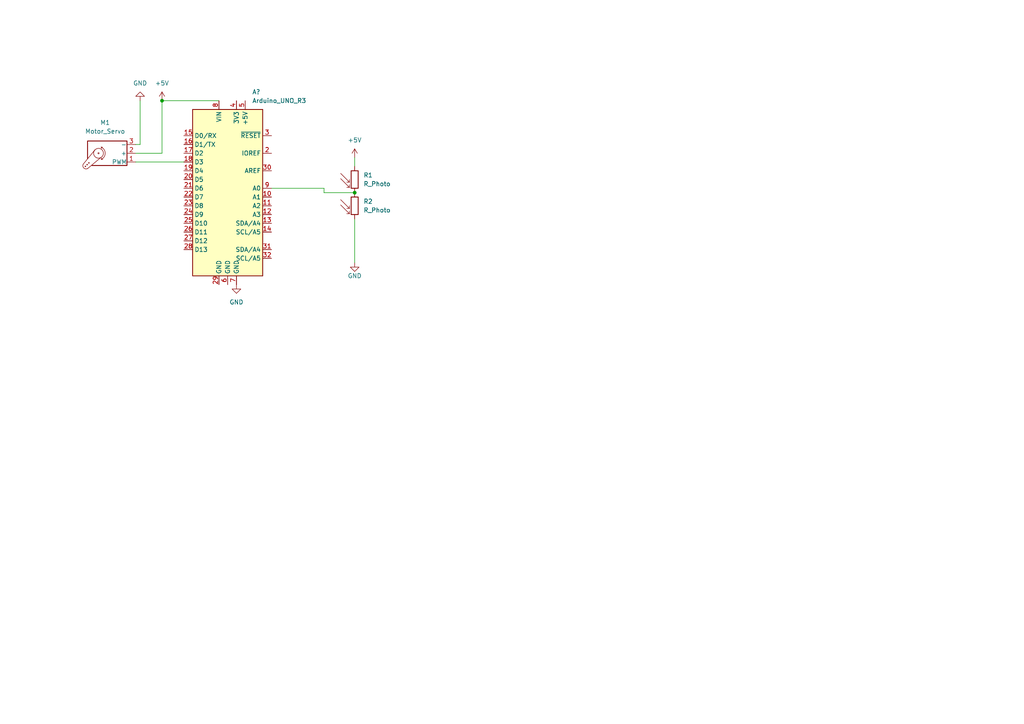
<source format=kicad_sch>
(kicad_sch (version 20211123) (generator eeschema)
  (paper "A4")
  (lib_symbols
    (symbol "Device:R_Photo" (pin_numbers hide) (pin_names (offset 0))
      (property "Reference" "R" (at 1.27 1.27 0))
      (property "Value" "R_Photo" (at 1.27 0 0))
      (symbol "R_Photo_0_1"
        (rectangle (start -1.016 2.54) (end 1.016 -2.54) (stroke (width 0.254)))
        (polyline (pts (xy -1.524 -2.286) (xy -4.064 0.254)))
        (polyline (pts (xy -1.524 -2.286) (xy -2.286 -2.286)))
        (polyline (pts (xy -1.524 -2.286) (xy -1.524 -1.524)))
        (polyline (pts (xy -1.524 -0.762) (xy -4.064 1.778)))
        (polyline (pts (xy -1.524 -0.762) (xy -2.286 -0.762)))
        (polyline (pts (xy -1.524 -0.762) (xy -1.524 0)))
      )
      (symbol "R_Photo_1_1"
        (pin passive line (at 0 3.81 270) (length 1.27) (name "~") (number "1"))
        (pin passive line (at 0 -3.81 90) (length 1.27) (name "~") (number "2"))
      )
    )
    (symbol "MCU_Module:Arduino_UNO_R3"
      (property "Reference" "A" (at -10.16 23.495 0))
      (property "Value" "Arduino_UNO_R3" (at 5.08 -26.67 0))
      (symbol "Arduino_UNO_R3_0_1"
        (rectangle (start -10.16 22.86) (end 10.16 -25.4) (stroke (width 0.254)) (fill (type background)))
      )
      (symbol "Arduino_UNO_R3_1_1"
        (pin no_connect line (at -10.16 -20.32 0) (length 2.54) hide (name "NC") (number "1"))
        (pin bidirectional line (at 12.7 -2.54 180) (length 2.54) (name "A1") (number "10"))
        (pin bidirectional line (at 12.7 -5.08 180) (length 2.54) (name "A2") (number "11"))
        (pin bidirectional line (at 12.7 -7.62 180) (length 2.54) (name "A3") (number "12"))
        (pin bidirectional line (at 12.7 -10.16 180) (length 2.54) (name "SDA/A4") (number "13"))
        (pin bidirectional line (at 12.7 -12.7 180) (length 2.54) (name "SCL/A5") (number "14"))
        (pin bidirectional line (at -12.7 15.24 0) (length 2.54) (name "D0/RX") (number "15"))
        (pin bidirectional line (at -12.7 12.7 0) (length 2.54) (name "D1/TX") (number "16"))
        (pin bidirectional line (at -12.7 10.16 0) (length 2.54) (name "D2") (number "17"))
        (pin bidirectional line (at -12.7 7.62 0) (length 2.54) (name "D3") (number "18"))
        (pin bidirectional line (at -12.7 5.08 0) (length 2.54) (name "D4") (number "19"))
        (pin output line (at 12.7 10.16 180) (length 2.54) (name "IOREF") (number "2"))
        (pin bidirectional line (at -12.7 2.54 0) (length 2.54) (name "D5") (number "20"))
        (pin bidirectional line (at -12.7 0 0) (length 2.54) (name "D6") (number "21"))
        (pin bidirectional line (at -12.7 -2.54 0) (length 2.54) (name "D7") (number "22"))
        (pin bidirectional line (at -12.7 -5.08 0) (length 2.54) (name "D8") (number "23"))
        (pin bidirectional line (at -12.7 -7.62 0) (length 2.54) (name "D9") (number "24"))
        (pin bidirectional line (at -12.7 -10.16 0) (length 2.54) (name "D10") (number "25"))
        (pin bidirectional line (at -12.7 -12.7 0) (length 2.54) (name "D11") (number "26"))
        (pin bidirectional line (at -12.7 -15.24 0) (length 2.54) (name "D12") (number "27"))
        (pin bidirectional line (at -12.7 -17.78 0) (length 2.54) (name "D13") (number "28"))
        (pin power_in line (at -2.54 -27.94 90) (length 2.54) (name "GND") (number "29"))
        (pin input line (at 12.7 15.24 180) (length 2.54) (name "~{RESET}") (number "3"))
        (pin input line (at 12.7 5.08 180) (length 2.54) (name "AREF") (number "30"))
        (pin bidirectional line (at 12.7 -17.78 180) (length 2.54) (name "SDA/A4") (number "31"))
        (pin bidirectional line (at 12.7 -20.32 180) (length 2.54) (name "SCL/A5") (number "32"))
        (pin power_out line (at 2.54 25.4 270) (length 2.54) (name "3V3") (number "4"))
        (pin power_out line (at 5.08 25.4 270) (length 2.54) (name "+5V") (number "5"))
        (pin power_in line (at 0 -27.94 90) (length 2.54) (name "GND") (number "6"))
        (pin power_in line (at 2.54 -27.94 90) (length 2.54) (name "GND") (number "7"))
        (pin power_in line (at -2.54 25.4 270) (length 2.54) (name "VIN") (number "8"))
        (pin bidirectional line (at 12.7 0 180) (length 2.54) (name "A0") (number "9"))
      )
    )
    (symbol "Motor:Motor_Servo" (pin_names (offset 0.0254))
      (property "Reference" "M" (at -5.08 4.445 0))
      (property "Value" "Motor_Servo" (at -5.08 -4.064 0))
      (symbol "Motor_Servo_0_1"
        (polyline (pts (xy 2.413 -1.778) (xy 2.032 -1.778)))
        (polyline (pts (xy 2.413 -1.778) (xy 2.286 -1.397)))
        (polyline (pts (xy 2.413 1.778) (xy 1.905 1.778)))
        (polyline (pts (xy 2.413 1.778) (xy 2.286 1.397)))
        (polyline (pts (xy 6.35 4.445) (xy 2.54 1.27)))
        (polyline (pts (xy 7.62 3.175) (xy 4.191 -1.016)))
        (polyline (pts (xy 5.08 3.556) (xy -5.08 3.556) (xy -5.08 -3.556) (xy 6.35 -3.556) (xy 6.35 1.524)) (stroke (width 0.254)))
        (arc (start 2.413 1.778) (mid 1.2406 0) (end 2.413 -1.778))
        (circle (center 3.175 0) (radius 0.1778))
        (circle (center 3.175 0) (radius 1.4224))
        (circle (center 5.969 2.794) (radius 0.127))
        (circle (center 6.477 3.302) (radius 0.127))
        (circle (center 6.985 3.81) (radius 0.127))
        (arc (start 7.62 3.175) (mid 7.4485 4.2735) (end 6.35 4.445))
      )
      (symbol "Motor_Servo_1_1"
        (pin passive line (at -7.62 2.54 0) (length 2.54) (name "PWM") (number "1"))
        (pin passive line (at -7.62 0 0) (length 2.54) (name "+") (number "2"))
        (pin passive line (at -7.62 -2.54 0) (length 2.54) (name "-") (number "3"))
      )
    )
    (symbol "power:+5V" (power) (pin_names (offset 0))
      (property "Value" "+5V" (at 0 3.556 0))
      (symbol "+5V_0_1"
        (polyline (pts (xy -0.762 1.27) (xy 0 2.54)))
        (polyline (pts (xy 0 0) (xy 0 2.54)))
        (polyline (pts (xy 0 2.54) (xy 0.762 1.27)))
      )
      (symbol "+5V_1_1"
        (pin power_in line (at 0 0 90) (length 0) hide (name "+5V") (number "1"))
      )
    )
    (symbol "power:GND" (power) (pin_names (offset 0))
      (property "Value" "GND" (at 0 -3.81 0))
      (symbol "GND_0_1"
        (polyline (pts (xy 0 0) (xy 0 -1.27) (xy 1.27 -1.27) (xy 0 -2.54) (xy -1.27 -1.27) (xy 0 -1.27)))
      )
      (symbol "GND_1_1"
        (pin power_in line (at 0 0 270) (length 0) hide (name "GND") (number "1"))
      )
    )
  )
  (junction (at 102.87 55.88))
  (junction (at 46.99 29.21))
  (wire (pts (xy 93.98 54.61) (xy 93.98 55.88)))
  (wire (pts (xy 46.99 44.45) (xy 39.37 44.45)))
  (wire (pts (xy 39.37 41.91) (xy 40.64 41.91)))
  (wire (pts (xy 102.87 63.5) (xy 102.87 76.2)))
  (wire (pts (xy 46.99 29.21) (xy 46.99 44.45)))
  (wire (pts (xy 40.64 41.91) (xy 40.64 29.21)))
  (wire (pts (xy 93.98 55.88) (xy 102.87 55.88)))
  (wire (pts (xy 102.87 45.72) (xy 102.87 48.26)))
  (wire (pts (xy 39.37 46.99) (xy 53.34 46.99)))
  (wire (pts (xy 78.74 54.61) (xy 93.98 54.61)))
  (wire (pts (xy 46.99 29.21) (xy 63.5 29.21)))
  (symbol (lib_id "power:GND") (at 102.87 76.2 0) (unit 1)
    (property "Reference" "#PWR?" (effects hide))
    (property "Value" "GND" (at 102.87 80.01 0))
  )
  (symbol (lib_id "Device:R_Photo") (at 102.87 52.07 0) (unit 1)
    (property "Reference" "R1" (at 105.41 50.7999 0) (effects (justify left)))
    (property "Value" "R_Photo" (at 105.41 53.3399 0) (effects (justify left)))
  )
  (symbol (lib_id "power:GND") (at 40.64 29.21 180) (unit 1)
    (property "Reference" "#PWR?" (effects hide))
    (property "Value" "GND" (at 40.64 24.13 0))
  )
  (symbol (lib_id "Device:R_Photo") (at 102.87 59.69 0) (unit 1)
    (property "Reference" "R2" (at 105.41 58.4199 0) (effects (justify left)))
    (property "Value" "R_Photo" (at 105.41 60.9599 0) (effects (justify left)))
  )
  (symbol (lib_id "power:+5V") (at 46.99 29.21 0) (unit 1)
    (property "Reference" "#PWR?" (effects hide))
    (property "Value" "+5V" (at 46.99 24.13 0))
  )
  (symbol (lib_id "power:+5V") (at 102.87 45.72 0) (unit 1)
    (property "Reference" "#PWR?" (effects hide))
    (property "Value" "+5V" (at 102.87 40.64 0))
  )
  (symbol (lib_id "MCU_Module:Arduino_UNO_R3") (at 66.04 54.61 0) (unit 1)
    (property "Reference" "A?" (at 73.1394 26.67 0) (effects (justify left)))
    (property "Value" "Arduino_UNO_R3" (at 73.1394 29.21 0) (effects (justify left)))
    (property "Footprint" "Module:Arduino_UNO_R3" (effects hide))
    (property "Datasheet" "https://www.arduino.cc/en/Main/arduinoBoardUno" (effects hide))
  )
  (symbol (lib_id "power:GND") (at 68.58 82.55 0) (unit 1)
    (property "Reference" "#PWR?" (effects hide))
    (property "Value" "GND" (at 68.58 87.63 0))
  )
  (symbol (lib_id "Motor:Motor_Servo") (at 31.75 44.45 180) (unit 1)
    (property "Reference" "M1" (at 30.4911 35.56 0))
    (property "Value" "Motor_Servo" (at 30.4911 38.1 0))
    (property "Datasheet" "http://forums.parallax.com/uploads/attachments/46831/74481.png" (effects hide))
  )
)
</source>
